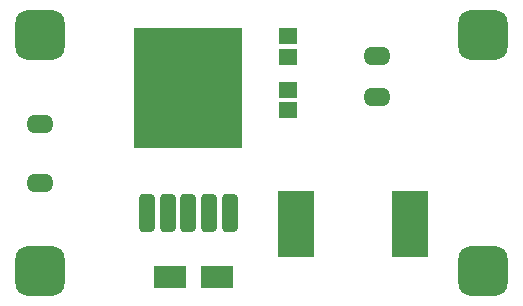
<source format=gts>
G04*
G04 #@! TF.GenerationSoftware,Altium Limited,Altium Designer,21.6.1 (37)*
G04*
G04 Layer_Color=8388736*
%FSLAX25Y25*%
%MOIN*%
G70*
G04*
G04 #@! TF.SameCoordinates,DC8E1805-1AE0-4662-A60C-033F26306971*
G04*
G04*
G04 #@! TF.FilePolarity,Negative*
G04*
G01*
G75*
G04:AMPARAMS|DCode=18|XSize=55.24mil|YSize=128.08mil|CornerRadius=15.81mil|HoleSize=0mil|Usage=FLASHONLY|Rotation=0.000|XOffset=0mil|YOffset=0mil|HoleType=Round|Shape=RoundedRectangle|*
%AMROUNDEDRECTD18*
21,1,0.05524,0.09646,0,0,0.0*
21,1,0.02362,0.12808,0,0,0.0*
1,1,0.03162,0.01181,-0.04823*
1,1,0.03162,-0.01181,-0.04823*
1,1,0.03162,-0.01181,0.04823*
1,1,0.03162,0.01181,0.04823*
%
%ADD18ROUNDEDRECTD18*%
%ADD19R,0.36233X0.40170*%
%ADD20R,0.06115X0.05328*%
%ADD21R,0.12217X0.22060*%
%ADD22R,0.10642X0.07493*%
G04:AMPARAMS|DCode=23|XSize=165.48mil|YSize=165.48mil|CornerRadius=43.37mil|HoleSize=0mil|Usage=FLASHONLY|Rotation=0.000|XOffset=0mil|YOffset=0mil|HoleType=Round|Shape=RoundedRectangle|*
%AMROUNDEDRECTD23*
21,1,0.16548,0.07874,0,0,0.0*
21,1,0.07874,0.16548,0,0,0.0*
1,1,0.08674,0.03937,-0.03937*
1,1,0.08674,-0.03937,-0.03937*
1,1,0.08674,-0.03937,0.03937*
1,1,0.08674,0.03937,0.03937*
%
%ADD23ROUNDEDRECTD23*%
%ADD24O,0.09068X0.06312*%
D18*
X380221Y295161D02*
D03*
X387110D02*
D03*
X394000D02*
D03*
X400890D02*
D03*
X407780D02*
D03*
D19*
X394000Y336500D02*
D03*
D20*
X427165Y353839D02*
D03*
Y346949D02*
D03*
Y336122D02*
D03*
Y329232D02*
D03*
D21*
X467913Y291339D02*
D03*
X429724D02*
D03*
D22*
X387795Y273622D02*
D03*
X403543D02*
D03*
D23*
X344488Y354331D02*
D03*
X492126D02*
D03*
Y275590D02*
D03*
X344488D02*
D03*
D24*
X456693Y333661D02*
D03*
Y347441D02*
D03*
X344488Y324803D02*
D03*
Y305118D02*
D03*
M02*

</source>
